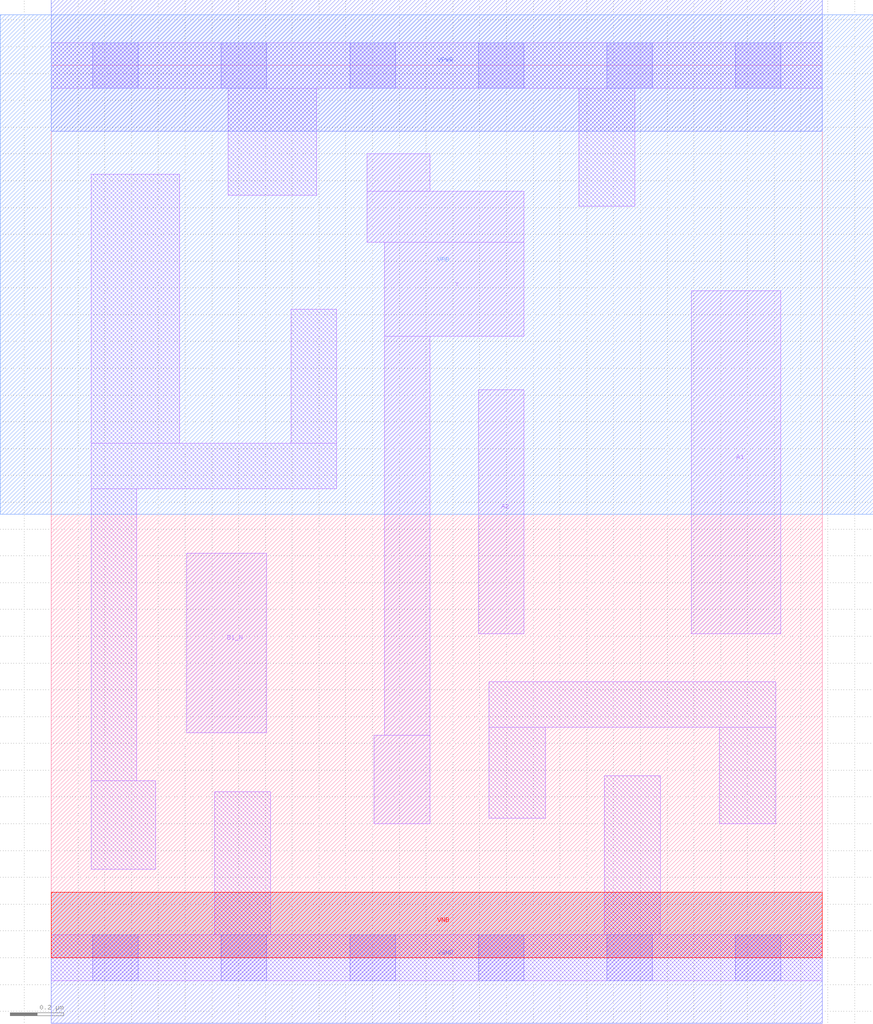
<source format=lef>
# Copyright 2020 The SkyWater PDK Authors
#
# Licensed under the Apache License, Version 2.0 (the "License");
# you may not use this file except in compliance with the License.
# You may obtain a copy of the License at
#
#     https://www.apache.org/licenses/LICENSE-2.0
#
# Unless required by applicable law or agreed to in writing, software
# distributed under the License is distributed on an "AS IS" BASIS,
# WITHOUT WARRANTIES OR CONDITIONS OF ANY KIND, either express or implied.
# See the License for the specific language governing permissions and
# limitations under the License.
#
# SPDX-License-Identifier: Apache-2.0

VERSION 5.7 ;
  NOWIREEXTENSIONATPIN ON ;
  DIVIDERCHAR "/" ;
  BUSBITCHARS "[]" ;
MACRO sky130_fd_sc_lp__o21bai_m
  CLASS CORE ;
  FOREIGN sky130_fd_sc_lp__o21bai_m ;
  ORIGIN  0.000000  0.000000 ;
  SIZE  2.880000 BY  3.330000 ;
  SYMMETRY X Y R90 ;
  SITE unit ;
  PIN A1
    ANTENNAGATEAREA  0.126000 ;
    DIRECTION INPUT ;
    USE SIGNAL ;
    PORT
      LAYER li1 ;
        RECT 2.390000 1.210000 2.725000 2.490000 ;
    END
  END A1
  PIN A2
    ANTENNAGATEAREA  0.126000 ;
    DIRECTION INPUT ;
    USE SIGNAL ;
    PORT
      LAYER li1 ;
        RECT 1.595000 1.210000 1.765000 2.120000 ;
    END
  END A2
  PIN B1_N
    ANTENNAGATEAREA  0.126000 ;
    DIRECTION INPUT ;
    USE SIGNAL ;
    PORT
      LAYER li1 ;
        RECT 0.505000 0.840000 0.805000 1.510000 ;
    END
  END B1_N
  PIN Y
    ANTENNADIFFAREA  0.228900 ;
    DIRECTION OUTPUT ;
    USE SIGNAL ;
    PORT
      LAYER li1 ;
        RECT 1.180000 2.670000 1.765000 2.860000 ;
        RECT 1.180000 2.860000 1.415000 3.000000 ;
        RECT 1.205000 0.500000 1.415000 0.830000 ;
        RECT 1.245000 0.830000 1.415000 2.320000 ;
        RECT 1.245000 2.320000 1.765000 2.670000 ;
    END
  END Y
  PIN VGND
    DIRECTION INOUT ;
    USE GROUND ;
    PORT
      LAYER met1 ;
        RECT 0.000000 -0.245000 2.880000 0.245000 ;
    END
  END VGND
  PIN VNB
    DIRECTION INOUT ;
    USE GROUND ;
    PORT
      LAYER pwell ;
        RECT 0.000000 0.000000 2.880000 0.245000 ;
    END
  END VNB
  PIN VPB
    DIRECTION INOUT ;
    USE POWER ;
    PORT
      LAYER nwell ;
        RECT -0.190000 1.655000 3.070000 3.520000 ;
    END
  END VPB
  PIN VPWR
    DIRECTION INOUT ;
    USE POWER ;
    PORT
      LAYER met1 ;
        RECT 0.000000 3.085000 2.880000 3.575000 ;
    END
  END VPWR
  OBS
    LAYER li1 ;
      RECT 0.000000 -0.085000 2.880000 0.085000 ;
      RECT 0.000000  3.245000 2.880000 3.415000 ;
      RECT 0.150000  0.330000 0.390000 0.660000 ;
      RECT 0.150000  0.660000 0.320000 1.750000 ;
      RECT 0.150000  1.750000 1.065000 1.920000 ;
      RECT 0.150000  1.920000 0.480000 2.925000 ;
      RECT 0.610000  0.085000 0.820000 0.620000 ;
      RECT 0.660000  2.845000 0.990000 3.245000 ;
      RECT 0.895000  1.920000 1.065000 2.420000 ;
      RECT 1.635000  0.520000 1.845000 0.860000 ;
      RECT 1.635000  0.860000 2.705000 1.030000 ;
      RECT 1.970000  2.805000 2.180000 3.245000 ;
      RECT 2.065000  0.085000 2.275000 0.680000 ;
      RECT 2.495000  0.500000 2.705000 0.860000 ;
    LAYER mcon ;
      RECT 0.155000 -0.085000 0.325000 0.085000 ;
      RECT 0.155000  3.245000 0.325000 3.415000 ;
      RECT 0.635000 -0.085000 0.805000 0.085000 ;
      RECT 0.635000  3.245000 0.805000 3.415000 ;
      RECT 1.115000 -0.085000 1.285000 0.085000 ;
      RECT 1.115000  3.245000 1.285000 3.415000 ;
      RECT 1.595000 -0.085000 1.765000 0.085000 ;
      RECT 1.595000  3.245000 1.765000 3.415000 ;
      RECT 2.075000 -0.085000 2.245000 0.085000 ;
      RECT 2.075000  3.245000 2.245000 3.415000 ;
      RECT 2.555000 -0.085000 2.725000 0.085000 ;
      RECT 2.555000  3.245000 2.725000 3.415000 ;
  END
END sky130_fd_sc_lp__o21bai_m
END LIBRARY

</source>
